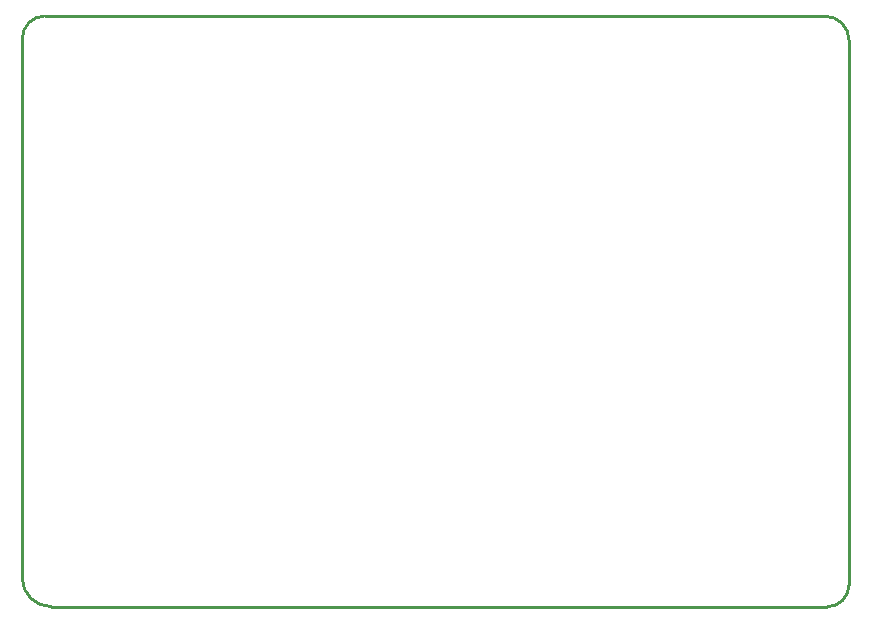
<source format=gm1>
G04 Layer_Color=16711935*
%FSLAX25Y25*%
%MOIN*%
G70*
G01*
G75*
%ADD31C,0.01000*%
D31*
X-130285Y98425D02*
G03*
X-137795Y90915I0J-7510D01*
G01*
X137795Y90271D02*
G03*
X129836Y98425I-8056J98D01*
G01*
X130575Y-98425D02*
G03*
X137795Y-91205I0J7220D01*
G01*
X-137795Y-88882D02*
G03*
X-128252Y-98425I9543J0D01*
G01*
X-130285Y98425D02*
X129738D01*
X137795Y-91205D02*
Y90368D01*
X-128252Y-98425D02*
X130575D01*
X-137795Y-88882D02*
Y90915D01*
M02*

</source>
